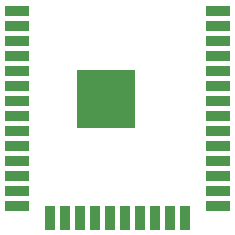
<source format=gbr>
%TF.GenerationSoftware,KiCad,Pcbnew,5.99.0+really5.1.10+dfsg1-1*%
%TF.CreationDate,2021-09-10T11:43:35-04:00*%
%TF.ProjectId,rsp32 lamp,72737033-3220-46c6-916d-702e6b696361,rev?*%
%TF.SameCoordinates,Original*%
%TF.FileFunction,Paste,Top*%
%TF.FilePolarity,Positive*%
%FSLAX46Y46*%
G04 Gerber Fmt 4.6, Leading zero omitted, Abs format (unit mm)*
G04 Created by KiCad (PCBNEW 5.99.0+really5.1.10+dfsg1-1) date 2021-09-10 11:43:35*
%MOMM*%
%LPD*%
G01*
G04 APERTURE LIST*
%ADD10R,2.000000X0.900000*%
%ADD11R,0.900000X2.000000*%
%ADD12R,5.000000X5.000000*%
G04 APERTURE END LIST*
D10*
%TO.C,U1*%
X40885000Y-27940000D03*
X40885000Y-29210000D03*
X40885000Y-30480000D03*
X40885000Y-31750000D03*
X40885000Y-33020000D03*
X40885000Y-34290000D03*
X40885000Y-35560000D03*
X40885000Y-36830000D03*
X40885000Y-38100000D03*
X40885000Y-39370000D03*
X40885000Y-40640000D03*
X40885000Y-41910000D03*
X40885000Y-43180000D03*
X40885000Y-44450000D03*
D11*
X38100000Y-45450000D03*
X36830000Y-45450000D03*
X35560000Y-45450000D03*
X34290000Y-45450000D03*
X33020000Y-45450000D03*
X31750000Y-45450000D03*
X30480000Y-45450000D03*
X29210000Y-45450000D03*
X27940000Y-45450000D03*
X26670000Y-45450000D03*
D10*
X23885000Y-44450000D03*
X23885000Y-43180000D03*
X23885000Y-41910000D03*
X23885000Y-40640000D03*
X23885000Y-39370000D03*
X23885000Y-38100000D03*
X23885000Y-36830000D03*
X23885000Y-35560000D03*
X23885000Y-34290000D03*
X23885000Y-33020000D03*
X23885000Y-31750000D03*
X23885000Y-30480000D03*
X23885000Y-29210000D03*
X23885000Y-27940000D03*
D12*
X31385000Y-35440000D03*
%TD*%
M02*

</source>
